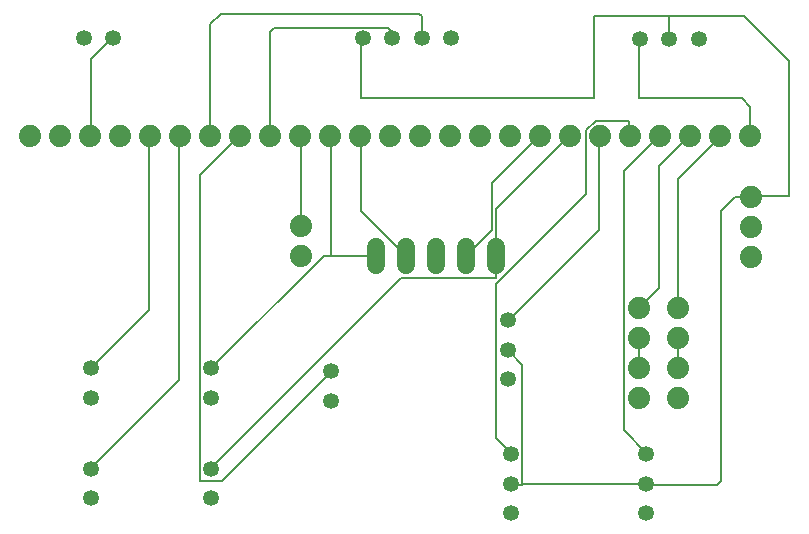
<source format=gbr>
G04 EAGLE Gerber RS-274X export*
G75*
%MOMM*%
%FSLAX34Y34*%
%LPD*%
%INTop Copper*%
%IPPOS*%
%AMOC8*
5,1,8,0,0,1.08239X$1,22.5*%
G01*
G04 Define Apertures*
%ADD10C,1.524000*%
%ADD11C,1.879600*%
%ADD12C,1.348000*%
%ADD13C,0.152400*%
D10*
X317500Y246380D02*
X317500Y261620D01*
X342900Y261620D02*
X342900Y246380D01*
X368300Y246380D02*
X368300Y261620D01*
X393700Y261620D02*
X393700Y246380D01*
X419100Y246380D02*
X419100Y261620D01*
D11*
X539750Y158750D03*
X539750Y133350D03*
X572770Y158750D03*
X572770Y133350D03*
X24692Y355600D03*
X50092Y355600D03*
X75492Y355600D03*
X100892Y355600D03*
X126292Y355600D03*
X151692Y355600D03*
X177092Y355600D03*
X202492Y355600D03*
X227892Y355600D03*
X253292Y355600D03*
X278692Y355600D03*
X304092Y355600D03*
X329492Y355600D03*
X354892Y355600D03*
X380292Y355600D03*
X405692Y355600D03*
X431092Y355600D03*
X456492Y355600D03*
X481892Y355600D03*
X507292Y355600D03*
X532692Y355600D03*
X558092Y355600D03*
X583492Y355600D03*
X608892Y355600D03*
X634292Y355600D03*
X635000Y252730D03*
X635000Y278130D03*
X635000Y303530D03*
X539750Y209550D03*
X539750Y184150D03*
X572770Y209550D03*
X572770Y184150D03*
X254000Y279400D03*
X254000Y254000D03*
D12*
X546100Y85950D03*
X546100Y60950D03*
X546100Y35950D03*
X429369Y199282D03*
X429412Y174282D03*
X429456Y149282D03*
X431800Y85950D03*
X431800Y60950D03*
X431800Y35950D03*
X590550Y437800D03*
X565550Y437800D03*
X540550Y437800D03*
X76200Y158750D03*
X76200Y133750D03*
X76200Y73650D03*
X76200Y48650D03*
X279400Y156200D03*
X279400Y131200D03*
X177800Y158750D03*
X177800Y133750D03*
X177800Y73650D03*
X177800Y48650D03*
X69850Y438150D03*
X94850Y438150D03*
X381000Y438200D03*
X356000Y438200D03*
X331000Y438200D03*
X306000Y438200D03*
D13*
X125413Y207963D02*
X76200Y158750D01*
X125413Y207963D02*
X125413Y355600D01*
X126292Y355600D01*
X150813Y149225D02*
X76200Y74613D01*
X150813Y149225D02*
X150813Y355600D01*
X76200Y74613D02*
X76200Y73650D01*
X150813Y355600D02*
X151692Y355600D01*
X279400Y155575D02*
X187325Y63500D01*
X168275Y63500D01*
X168275Y322263D01*
X201613Y355600D01*
X279400Y156200D02*
X279400Y155575D01*
X202492Y355600D02*
X201613Y355600D01*
X227892Y355600D02*
X227892Y443792D01*
X331000Y443700D02*
X331000Y438200D01*
X231326Y447226D02*
X227892Y443792D01*
X231326Y447226D02*
X327474Y447226D01*
X331000Y443700D01*
X415925Y276225D02*
X393700Y254000D01*
X415925Y276225D02*
X415925Y315913D01*
X455613Y355600D01*
X456492Y355600D01*
X338138Y234950D02*
X177800Y74613D01*
X338138Y234950D02*
X419100Y234950D01*
X419100Y254000D01*
X177800Y74613D02*
X177800Y73650D01*
X419100Y293688D02*
X481013Y355600D01*
X419100Y293688D02*
X419100Y254000D01*
X481013Y355600D02*
X481892Y355600D01*
X419100Y100013D02*
X431800Y87313D01*
X419100Y100013D02*
X419100Y230188D01*
X495300Y306388D01*
X495300Y360363D01*
X503238Y368300D01*
X531813Y368300D01*
X531813Y355600D01*
X431800Y87313D02*
X431800Y85950D01*
X531813Y355600D02*
X532692Y355600D01*
X557213Y227013D02*
X539750Y209550D01*
X557213Y227013D02*
X557213Y330200D01*
X582613Y355600D01*
X583492Y355600D01*
X93663Y438150D02*
X76200Y420688D01*
X76200Y355600D01*
X93663Y438150D02*
X94850Y438150D01*
X76200Y355600D02*
X75492Y355600D01*
X177092Y355600D02*
X177092Y450142D01*
X186076Y459126D02*
X353674Y459126D01*
X186076Y459126D02*
X177092Y450142D01*
X353674Y459126D02*
X356000Y456800D01*
X356000Y438200D01*
X273050Y254000D02*
X177800Y158750D01*
X279400Y254000D02*
X317500Y254000D01*
X279400Y254000D02*
X273050Y254000D01*
X279400Y254000D02*
X279400Y355600D01*
X278692Y355600D01*
X304800Y292100D02*
X342900Y254000D01*
X304800Y292100D02*
X304800Y355600D01*
X304092Y355600D01*
X527050Y106363D02*
X546100Y87313D01*
X527050Y106363D02*
X527050Y325438D01*
X557213Y355600D01*
X546100Y87313D02*
X546100Y85950D01*
X557213Y355600D02*
X558092Y355600D01*
X572770Y318770D02*
X572770Y209550D01*
X572770Y318770D02*
X608892Y354892D01*
X608892Y355600D01*
X634292Y380121D02*
X627063Y387350D01*
X539750Y387350D01*
X539750Y437000D01*
X540550Y437800D01*
X634292Y380121D02*
X634292Y355600D01*
X254000Y355600D02*
X254000Y279400D01*
X254000Y355600D02*
X253292Y355600D01*
X430213Y200025D02*
X506413Y276225D01*
X506413Y355600D01*
X430213Y200025D02*
X429369Y199282D01*
X506413Y355600D02*
X507292Y355600D01*
X430213Y173038D02*
X441325Y161925D01*
X441325Y60325D01*
X430213Y173038D02*
X429412Y174282D01*
X636270Y304800D02*
X666750Y304800D01*
X636270Y304800D02*
X635000Y303530D01*
X621030Y303530D01*
X609600Y292100D01*
X609600Y63500D01*
X606425Y60325D01*
X565550Y437800D02*
X565200Y438150D01*
X546725Y60325D02*
X606425Y60325D01*
X546725Y60325D02*
X546100Y60950D01*
X441950Y60950D01*
X441325Y60325D01*
X432425Y60325D01*
X431800Y60950D01*
X501650Y387350D02*
X304800Y387350D01*
X304800Y437000D01*
X306000Y438200D01*
X501650Y457200D02*
X565150Y457200D01*
X501650Y457200D02*
X501650Y387350D01*
X565150Y438200D02*
X565550Y437800D01*
X565150Y438200D02*
X565150Y457200D01*
X666750Y419100D02*
X666750Y304800D01*
X666750Y419100D02*
X628650Y457200D01*
X565150Y457200D01*
X539750Y184150D02*
X539750Y158750D01*
X573088Y158750D02*
X573088Y184150D01*
X573088Y158750D02*
X572770Y158750D01*
X572770Y184150D02*
X573088Y184150D01*
M02*

</source>
